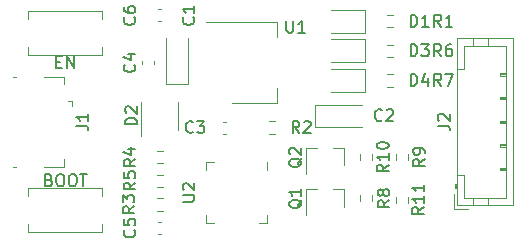
<source format=gbr>
G04 #@! TF.GenerationSoftware,KiCad,Pcbnew,(5.1.10)-1*
G04 #@! TF.CreationDate,2021-07-09T15:56:30+09:00*
G04 #@! TF.ProjectId,esp_flasher,6573705f-666c-4617-9368-65722e6b6963,rev?*
G04 #@! TF.SameCoordinates,Original*
G04 #@! TF.FileFunction,Legend,Top*
G04 #@! TF.FilePolarity,Positive*
%FSLAX46Y46*%
G04 Gerber Fmt 4.6, Leading zero omitted, Abs format (unit mm)*
G04 Created by KiCad (PCBNEW (5.1.10)-1) date 2021-07-09 15:56:30*
%MOMM*%
%LPD*%
G01*
G04 APERTURE LIST*
%ADD10C,0.150000*%
%ADD11C,0.120000*%
G04 APERTURE END LIST*
D10*
X3761904Y-4928571D02*
X4095238Y-4928571D01*
X4238095Y-5452380D02*
X3761904Y-5452380D01*
X3761904Y-4452380D01*
X4238095Y-4452380D01*
X4666666Y-5452380D02*
X4666666Y-4452380D01*
X5238095Y-5452380D01*
X5238095Y-4452380D01*
X3142857Y-14928571D02*
X3285714Y-14976190D01*
X3333333Y-15023809D01*
X3380952Y-15119047D01*
X3380952Y-15261904D01*
X3333333Y-15357142D01*
X3285714Y-15404761D01*
X3190476Y-15452380D01*
X2809523Y-15452380D01*
X2809523Y-14452380D01*
X3142857Y-14452380D01*
X3238095Y-14500000D01*
X3285714Y-14547619D01*
X3333333Y-14642857D01*
X3333333Y-14738095D01*
X3285714Y-14833333D01*
X3238095Y-14880952D01*
X3142857Y-14928571D01*
X2809523Y-14928571D01*
X4000000Y-14452380D02*
X4190476Y-14452380D01*
X4285714Y-14500000D01*
X4380952Y-14595238D01*
X4428571Y-14785714D01*
X4428571Y-15119047D01*
X4380952Y-15309523D01*
X4285714Y-15404761D01*
X4190476Y-15452380D01*
X4000000Y-15452380D01*
X3904761Y-15404761D01*
X3809523Y-15309523D01*
X3761904Y-15119047D01*
X3761904Y-14785714D01*
X3809523Y-14595238D01*
X3904761Y-14500000D01*
X4000000Y-14452380D01*
X5047619Y-14452380D02*
X5238095Y-14452380D01*
X5333333Y-14500000D01*
X5428571Y-14595238D01*
X5476190Y-14785714D01*
X5476190Y-15119047D01*
X5428571Y-15309523D01*
X5333333Y-15404761D01*
X5238095Y-15452380D01*
X5047619Y-15452380D01*
X4952380Y-15404761D01*
X4857142Y-15309523D01*
X4809523Y-15119047D01*
X4809523Y-14785714D01*
X4857142Y-14595238D01*
X4952380Y-14500000D01*
X5047619Y-14452380D01*
X5761904Y-14452380D02*
X6333333Y-14452380D01*
X6047619Y-15452380D02*
X6047619Y-14452380D01*
D11*
X12353733Y-1510000D02*
X12646267Y-1510000D01*
X12353733Y-490000D02*
X12646267Y-490000D01*
X12353733Y-19510000D02*
X12646267Y-19510000D01*
X12353733Y-18490000D02*
X12646267Y-18490000D01*
X5110000Y-8240000D02*
X4720000Y-8240000D01*
X5110000Y-8240000D02*
X5110000Y-8690000D01*
X4410000Y-13810000D02*
X4410000Y-13160000D01*
X2680000Y-13810000D02*
X4410000Y-13810000D01*
X110000Y-6190000D02*
X320000Y-6190000D01*
X110000Y-13810000D02*
X320000Y-13810000D01*
X2680000Y-6190000D02*
X4410000Y-6190000D01*
X4410000Y-6190000D02*
X4410000Y-6850000D01*
X21610000Y-14115000D02*
X21610000Y-13390000D01*
X16390000Y-18610000D02*
X17115000Y-18610000D01*
X16390000Y-17885000D02*
X16390000Y-18610000D01*
X16390000Y-13390000D02*
X17115000Y-13390000D01*
X16390000Y-14115000D02*
X16390000Y-13390000D01*
X21610000Y-18610000D02*
X20885000Y-18610000D01*
X21610000Y-17885000D02*
X21610000Y-18610000D01*
X16400000Y-1590000D02*
X22410000Y-1590000D01*
X18650000Y-8410000D02*
X22410000Y-8410000D01*
X22410000Y-1590000D02*
X22410000Y-2850000D01*
X22410000Y-8410000D02*
X22410000Y-7150000D01*
X32477500Y-16332776D02*
X32477500Y-16842224D01*
X33522500Y-16332776D02*
X33522500Y-16842224D01*
X29477500Y-12745276D02*
X29477500Y-13254724D01*
X30522500Y-12745276D02*
X30522500Y-13254724D01*
X32477500Y-12745276D02*
X32477500Y-13254724D01*
X33522500Y-12745276D02*
X33522500Y-13254724D01*
X29477500Y-16245276D02*
X29477500Y-16754724D01*
X30522500Y-16245276D02*
X30522500Y-16754724D01*
X31745276Y-7022500D02*
X32254724Y-7022500D01*
X31745276Y-5977500D02*
X32254724Y-5977500D01*
X31745276Y-4522500D02*
X32254724Y-4522500D01*
X31745276Y-3477500D02*
X32254724Y-3477500D01*
X12245276Y-15522500D02*
X12754724Y-15522500D01*
X12245276Y-14477500D02*
X12754724Y-14477500D01*
X12245276Y-13522500D02*
X12754724Y-13522500D01*
X12245276Y-12477500D02*
X12754724Y-12477500D01*
X12245276Y-17522500D02*
X12754724Y-17522500D01*
X12245276Y-16477500D02*
X12754724Y-16477500D01*
X21745276Y-11022500D02*
X22254724Y-11022500D01*
X21745276Y-9977500D02*
X22254724Y-9977500D01*
X31745276Y-2022500D02*
X32254724Y-2022500D01*
X31745276Y-977500D02*
X32254724Y-977500D01*
X28080000Y-12240000D02*
X28080000Y-13700000D01*
X24920000Y-12240000D02*
X24920000Y-14400000D01*
X24920000Y-12240000D02*
X25850000Y-12240000D01*
X28080000Y-12240000D02*
X27150000Y-12240000D01*
X28080000Y-15740000D02*
X28080000Y-17200000D01*
X24920000Y-15740000D02*
X24920000Y-17900000D01*
X24920000Y-15740000D02*
X25850000Y-15740000D01*
X28080000Y-15740000D02*
X27150000Y-15740000D01*
X7600000Y-650000D02*
X1400000Y-650000D01*
X1400000Y-4350000D02*
X7600000Y-4350000D01*
X7600000Y-4350000D02*
X7600000Y-3700000D01*
X7600000Y-1300000D02*
X7600000Y-650000D01*
X1400000Y-650000D02*
X1400000Y-1300000D01*
X1400000Y-4350000D02*
X1400000Y-3700000D01*
X7600000Y-15650000D02*
X1400000Y-15650000D01*
X1400000Y-19350000D02*
X7600000Y-19350000D01*
X7600000Y-19350000D02*
X7600000Y-18700000D01*
X7600000Y-16300000D02*
X7600000Y-15650000D01*
X1400000Y-15650000D02*
X1400000Y-16300000D01*
X1400000Y-19350000D02*
X1400000Y-18700000D01*
X37390000Y-17360000D02*
X38640000Y-17360000D01*
X37390000Y-16110000D02*
X37390000Y-17360000D01*
X41800000Y-6000000D02*
X41300000Y-6000000D01*
X41300000Y-5900000D02*
X41800000Y-5900000D01*
X41300000Y-6100000D02*
X41300000Y-5900000D01*
X41800000Y-6100000D02*
X41300000Y-6100000D01*
X41800000Y-8000000D02*
X41300000Y-8000000D01*
X41300000Y-7900000D02*
X41800000Y-7900000D01*
X41300000Y-8100000D02*
X41300000Y-7900000D01*
X41800000Y-8100000D02*
X41300000Y-8100000D01*
X41800000Y-10000000D02*
X41300000Y-10000000D01*
X41300000Y-9900000D02*
X41800000Y-9900000D01*
X41300000Y-10100000D02*
X41300000Y-9900000D01*
X41800000Y-10100000D02*
X41300000Y-10100000D01*
X41800000Y-12000000D02*
X41300000Y-12000000D01*
X41300000Y-11900000D02*
X41800000Y-11900000D01*
X41300000Y-12100000D02*
X41300000Y-11900000D01*
X41800000Y-12100000D02*
X41300000Y-12100000D01*
X41800000Y-14000000D02*
X41300000Y-14000000D01*
X41300000Y-13900000D02*
X41800000Y-13900000D01*
X41300000Y-14100000D02*
X41300000Y-13900000D01*
X41800000Y-14100000D02*
X41300000Y-14100000D01*
X40300000Y-2940000D02*
X40300000Y-3550000D01*
X39000000Y-2940000D02*
X39000000Y-3550000D01*
X40300000Y-17060000D02*
X40300000Y-16450000D01*
X39000000Y-17060000D02*
X39000000Y-16450000D01*
X38300000Y-5500000D02*
X37690000Y-5500000D01*
X38300000Y-3550000D02*
X38300000Y-5500000D01*
X41800000Y-3550000D02*
X38300000Y-3550000D01*
X41800000Y-16450000D02*
X41800000Y-3550000D01*
X38300000Y-16450000D02*
X41800000Y-16450000D01*
X38300000Y-14500000D02*
X38300000Y-16450000D01*
X37690000Y-14500000D02*
X38300000Y-14500000D01*
X37590000Y-15300000D02*
X37590000Y-15600000D01*
X37490000Y-15600000D02*
X37690000Y-15600000D01*
X37490000Y-15300000D02*
X37490000Y-15600000D01*
X37690000Y-15300000D02*
X37490000Y-15300000D01*
X37690000Y-2940000D02*
X37690000Y-17060000D01*
X42410000Y-2940000D02*
X37690000Y-2940000D01*
X42410000Y-17060000D02*
X42410000Y-2940000D01*
X37690000Y-17060000D02*
X42410000Y-17060000D01*
X29885000Y-5540000D02*
X27025000Y-5540000D01*
X29885000Y-7460000D02*
X29885000Y-5540000D01*
X27025000Y-7460000D02*
X29885000Y-7460000D01*
X29860000Y-3040000D02*
X27000000Y-3040000D01*
X29860000Y-4960000D02*
X29860000Y-3040000D01*
X27000000Y-4960000D02*
X29860000Y-4960000D01*
X10950000Y-8300000D02*
X10950000Y-11250000D01*
X14050000Y-10700000D02*
X14050000Y-8300000D01*
X29860000Y-540000D02*
X27000000Y-540000D01*
X29860000Y-2460000D02*
X29860000Y-540000D01*
X27000000Y-2460000D02*
X29860000Y-2460000D01*
X12010000Y-5146267D02*
X12010000Y-4853733D01*
X10990000Y-5146267D02*
X10990000Y-4853733D01*
X18146267Y-9990000D02*
X17853733Y-9990000D01*
X18146267Y-11010000D02*
X17853733Y-11010000D01*
X25690000Y-10435000D02*
X29600000Y-10435000D01*
X25690000Y-8565000D02*
X25690000Y-10435000D01*
X29600000Y-8565000D02*
X25690000Y-8565000D01*
X14935000Y-6810000D02*
X14935000Y-2900000D01*
X13065000Y-6810000D02*
X14935000Y-6810000D01*
X13065000Y-2900000D02*
X13065000Y-6810000D01*
D10*
X10357142Y-1166666D02*
X10404761Y-1214285D01*
X10452380Y-1357142D01*
X10452380Y-1452380D01*
X10404761Y-1595238D01*
X10309523Y-1690476D01*
X10214285Y-1738095D01*
X10023809Y-1785714D01*
X9880952Y-1785714D01*
X9690476Y-1738095D01*
X9595238Y-1690476D01*
X9500000Y-1595238D01*
X9452380Y-1452380D01*
X9452380Y-1357142D01*
X9500000Y-1214285D01*
X9547619Y-1166666D01*
X9452380Y-309523D02*
X9452380Y-499999D01*
X9500000Y-595238D01*
X9547619Y-642857D01*
X9690476Y-738095D01*
X9880952Y-785714D01*
X10261904Y-785714D01*
X10357142Y-738095D01*
X10404761Y-690476D01*
X10452380Y-595238D01*
X10452380Y-404761D01*
X10404761Y-309523D01*
X10357142Y-261904D01*
X10261904Y-214285D01*
X10023809Y-214285D01*
X9928571Y-261904D01*
X9880952Y-309523D01*
X9833333Y-404761D01*
X9833333Y-595238D01*
X9880952Y-690476D01*
X9928571Y-738095D01*
X10023809Y-785714D01*
X10357142Y-19166666D02*
X10404761Y-19214285D01*
X10452380Y-19357142D01*
X10452380Y-19452380D01*
X10404761Y-19595238D01*
X10309523Y-19690476D01*
X10214285Y-19738095D01*
X10023809Y-19785714D01*
X9880952Y-19785714D01*
X9690476Y-19738095D01*
X9595238Y-19690476D01*
X9500000Y-19595238D01*
X9452380Y-19452380D01*
X9452380Y-19357142D01*
X9500000Y-19214285D01*
X9547619Y-19166666D01*
X9452380Y-18261904D02*
X9452380Y-18738095D01*
X9928571Y-18785714D01*
X9880952Y-18738095D01*
X9833333Y-18642857D01*
X9833333Y-18404761D01*
X9880952Y-18309523D01*
X9928571Y-18261904D01*
X10023809Y-18214285D01*
X10261904Y-18214285D01*
X10357142Y-18261904D01*
X10404761Y-18309523D01*
X10452380Y-18404761D01*
X10452380Y-18642857D01*
X10404761Y-18738095D01*
X10357142Y-18785714D01*
X5452380Y-10333333D02*
X6166666Y-10333333D01*
X6309523Y-10380952D01*
X6404761Y-10476190D01*
X6452380Y-10619047D01*
X6452380Y-10714285D01*
X6452380Y-9333333D02*
X6452380Y-9904761D01*
X6452380Y-9619047D02*
X5452380Y-9619047D01*
X5595238Y-9714285D01*
X5690476Y-9809523D01*
X5738095Y-9904761D01*
X14452380Y-16761904D02*
X15261904Y-16761904D01*
X15357142Y-16714285D01*
X15404761Y-16666666D01*
X15452380Y-16571428D01*
X15452380Y-16380952D01*
X15404761Y-16285714D01*
X15357142Y-16238095D01*
X15261904Y-16190476D01*
X14452380Y-16190476D01*
X14547619Y-15761904D02*
X14500000Y-15714285D01*
X14452380Y-15619047D01*
X14452380Y-15380952D01*
X14500000Y-15285714D01*
X14547619Y-15238095D01*
X14642857Y-15190476D01*
X14738095Y-15190476D01*
X14880952Y-15238095D01*
X15452380Y-15809523D01*
X15452380Y-15190476D01*
X23238095Y-1452380D02*
X23238095Y-2261904D01*
X23285714Y-2357142D01*
X23333333Y-2404761D01*
X23428571Y-2452380D01*
X23619047Y-2452380D01*
X23714285Y-2404761D01*
X23761904Y-2357142D01*
X23809523Y-2261904D01*
X23809523Y-1452380D01*
X24809523Y-2452380D02*
X24238095Y-2452380D01*
X24523809Y-2452380D02*
X24523809Y-1452380D01*
X24428571Y-1595238D01*
X24333333Y-1690476D01*
X24238095Y-1738095D01*
X34882380Y-17230357D02*
X34406190Y-17563690D01*
X34882380Y-17801785D02*
X33882380Y-17801785D01*
X33882380Y-17420833D01*
X33930000Y-17325595D01*
X33977619Y-17277976D01*
X34072857Y-17230357D01*
X34215714Y-17230357D01*
X34310952Y-17277976D01*
X34358571Y-17325595D01*
X34406190Y-17420833D01*
X34406190Y-17801785D01*
X34882380Y-16277976D02*
X34882380Y-16849404D01*
X34882380Y-16563690D02*
X33882380Y-16563690D01*
X34025238Y-16658928D01*
X34120476Y-16754166D01*
X34168095Y-16849404D01*
X34882380Y-15325595D02*
X34882380Y-15897023D01*
X34882380Y-15611309D02*
X33882380Y-15611309D01*
X34025238Y-15706547D01*
X34120476Y-15801785D01*
X34168095Y-15897023D01*
X31882380Y-13642857D02*
X31406190Y-13976190D01*
X31882380Y-14214285D02*
X30882380Y-14214285D01*
X30882380Y-13833333D01*
X30930000Y-13738095D01*
X30977619Y-13690476D01*
X31072857Y-13642857D01*
X31215714Y-13642857D01*
X31310952Y-13690476D01*
X31358571Y-13738095D01*
X31406190Y-13833333D01*
X31406190Y-14214285D01*
X31882380Y-12690476D02*
X31882380Y-13261904D01*
X31882380Y-12976190D02*
X30882380Y-12976190D01*
X31025238Y-13071428D01*
X31120476Y-13166666D01*
X31168095Y-13261904D01*
X30882380Y-12071428D02*
X30882380Y-11976190D01*
X30930000Y-11880952D01*
X30977619Y-11833333D01*
X31072857Y-11785714D01*
X31263333Y-11738095D01*
X31501428Y-11738095D01*
X31691904Y-11785714D01*
X31787142Y-11833333D01*
X31834761Y-11880952D01*
X31882380Y-11976190D01*
X31882380Y-12071428D01*
X31834761Y-12166666D01*
X31787142Y-12214285D01*
X31691904Y-12261904D01*
X31501428Y-12309523D01*
X31263333Y-12309523D01*
X31072857Y-12261904D01*
X30977619Y-12214285D01*
X30930000Y-12166666D01*
X30882380Y-12071428D01*
X34952380Y-13166666D02*
X34476190Y-13500000D01*
X34952380Y-13738095D02*
X33952380Y-13738095D01*
X33952380Y-13357142D01*
X34000000Y-13261904D01*
X34047619Y-13214285D01*
X34142857Y-13166666D01*
X34285714Y-13166666D01*
X34380952Y-13214285D01*
X34428571Y-13261904D01*
X34476190Y-13357142D01*
X34476190Y-13738095D01*
X34952380Y-12690476D02*
X34952380Y-12500000D01*
X34904761Y-12404761D01*
X34857142Y-12357142D01*
X34714285Y-12261904D01*
X34523809Y-12214285D01*
X34142857Y-12214285D01*
X34047619Y-12261904D01*
X34000000Y-12309523D01*
X33952380Y-12404761D01*
X33952380Y-12595238D01*
X34000000Y-12690476D01*
X34047619Y-12738095D01*
X34142857Y-12785714D01*
X34380952Y-12785714D01*
X34476190Y-12738095D01*
X34523809Y-12690476D01*
X34571428Y-12595238D01*
X34571428Y-12404761D01*
X34523809Y-12309523D01*
X34476190Y-12261904D01*
X34380952Y-12214285D01*
X31952380Y-16666666D02*
X31476190Y-17000000D01*
X31952380Y-17238095D02*
X30952380Y-17238095D01*
X30952380Y-16857142D01*
X31000000Y-16761904D01*
X31047619Y-16714285D01*
X31142857Y-16666666D01*
X31285714Y-16666666D01*
X31380952Y-16714285D01*
X31428571Y-16761904D01*
X31476190Y-16857142D01*
X31476190Y-17238095D01*
X31380952Y-16095238D02*
X31333333Y-16190476D01*
X31285714Y-16238095D01*
X31190476Y-16285714D01*
X31142857Y-16285714D01*
X31047619Y-16238095D01*
X31000000Y-16190476D01*
X30952380Y-16095238D01*
X30952380Y-15904761D01*
X31000000Y-15809523D01*
X31047619Y-15761904D01*
X31142857Y-15714285D01*
X31190476Y-15714285D01*
X31285714Y-15761904D01*
X31333333Y-15809523D01*
X31380952Y-15904761D01*
X31380952Y-16095238D01*
X31428571Y-16190476D01*
X31476190Y-16238095D01*
X31571428Y-16285714D01*
X31761904Y-16285714D01*
X31857142Y-16238095D01*
X31904761Y-16190476D01*
X31952380Y-16095238D01*
X31952380Y-15904761D01*
X31904761Y-15809523D01*
X31857142Y-15761904D01*
X31761904Y-15714285D01*
X31571428Y-15714285D01*
X31476190Y-15761904D01*
X31428571Y-15809523D01*
X31380952Y-15904761D01*
X36333333Y-6952380D02*
X36000000Y-6476190D01*
X35761904Y-6952380D02*
X35761904Y-5952380D01*
X36142857Y-5952380D01*
X36238095Y-6000000D01*
X36285714Y-6047619D01*
X36333333Y-6142857D01*
X36333333Y-6285714D01*
X36285714Y-6380952D01*
X36238095Y-6428571D01*
X36142857Y-6476190D01*
X35761904Y-6476190D01*
X36666666Y-5952380D02*
X37333333Y-5952380D01*
X36904761Y-6952380D01*
X36333333Y-4452380D02*
X36000000Y-3976190D01*
X35761904Y-4452380D02*
X35761904Y-3452380D01*
X36142857Y-3452380D01*
X36238095Y-3500000D01*
X36285714Y-3547619D01*
X36333333Y-3642857D01*
X36333333Y-3785714D01*
X36285714Y-3880952D01*
X36238095Y-3928571D01*
X36142857Y-3976190D01*
X35761904Y-3976190D01*
X37190476Y-3452380D02*
X37000000Y-3452380D01*
X36904761Y-3500000D01*
X36857142Y-3547619D01*
X36761904Y-3690476D01*
X36714285Y-3880952D01*
X36714285Y-4261904D01*
X36761904Y-4357142D01*
X36809523Y-4404761D01*
X36904761Y-4452380D01*
X37095238Y-4452380D01*
X37190476Y-4404761D01*
X37238095Y-4357142D01*
X37285714Y-4261904D01*
X37285714Y-4023809D01*
X37238095Y-3928571D01*
X37190476Y-3880952D01*
X37095238Y-3833333D01*
X36904761Y-3833333D01*
X36809523Y-3880952D01*
X36761904Y-3928571D01*
X36714285Y-4023809D01*
X10452380Y-15166666D02*
X9976190Y-15500000D01*
X10452380Y-15738095D02*
X9452380Y-15738095D01*
X9452380Y-15357142D01*
X9500000Y-15261904D01*
X9547619Y-15214285D01*
X9642857Y-15166666D01*
X9785714Y-15166666D01*
X9880952Y-15214285D01*
X9928571Y-15261904D01*
X9976190Y-15357142D01*
X9976190Y-15738095D01*
X9452380Y-14261904D02*
X9452380Y-14738095D01*
X9928571Y-14785714D01*
X9880952Y-14738095D01*
X9833333Y-14642857D01*
X9833333Y-14404761D01*
X9880952Y-14309523D01*
X9928571Y-14261904D01*
X10023809Y-14214285D01*
X10261904Y-14214285D01*
X10357142Y-14261904D01*
X10404761Y-14309523D01*
X10452380Y-14404761D01*
X10452380Y-14642857D01*
X10404761Y-14738095D01*
X10357142Y-14785714D01*
X10452380Y-13166666D02*
X9976190Y-13500000D01*
X10452380Y-13738095D02*
X9452380Y-13738095D01*
X9452380Y-13357142D01*
X9500000Y-13261904D01*
X9547619Y-13214285D01*
X9642857Y-13166666D01*
X9785714Y-13166666D01*
X9880952Y-13214285D01*
X9928571Y-13261904D01*
X9976190Y-13357142D01*
X9976190Y-13738095D01*
X9785714Y-12309523D02*
X10452380Y-12309523D01*
X9404761Y-12547619D02*
X10119047Y-12785714D01*
X10119047Y-12166666D01*
X10364880Y-17166666D02*
X9888690Y-17500000D01*
X10364880Y-17738095D02*
X9364880Y-17738095D01*
X9364880Y-17357142D01*
X9412500Y-17261904D01*
X9460119Y-17214285D01*
X9555357Y-17166666D01*
X9698214Y-17166666D01*
X9793452Y-17214285D01*
X9841071Y-17261904D01*
X9888690Y-17357142D01*
X9888690Y-17738095D01*
X9364880Y-16833333D02*
X9364880Y-16214285D01*
X9745833Y-16547619D01*
X9745833Y-16404761D01*
X9793452Y-16309523D01*
X9841071Y-16261904D01*
X9936309Y-16214285D01*
X10174404Y-16214285D01*
X10269642Y-16261904D01*
X10317261Y-16309523D01*
X10364880Y-16404761D01*
X10364880Y-16690476D01*
X10317261Y-16785714D01*
X10269642Y-16833333D01*
X24333333Y-10952380D02*
X24000000Y-10476190D01*
X23761904Y-10952380D02*
X23761904Y-9952380D01*
X24142857Y-9952380D01*
X24238095Y-10000000D01*
X24285714Y-10047619D01*
X24333333Y-10142857D01*
X24333333Y-10285714D01*
X24285714Y-10380952D01*
X24238095Y-10428571D01*
X24142857Y-10476190D01*
X23761904Y-10476190D01*
X24714285Y-10047619D02*
X24761904Y-10000000D01*
X24857142Y-9952380D01*
X25095238Y-9952380D01*
X25190476Y-10000000D01*
X25238095Y-10047619D01*
X25285714Y-10142857D01*
X25285714Y-10238095D01*
X25238095Y-10380952D01*
X24666666Y-10952380D01*
X25285714Y-10952380D01*
X36333333Y-1952380D02*
X36000000Y-1476190D01*
X35761904Y-1952380D02*
X35761904Y-952380D01*
X36142857Y-952380D01*
X36238095Y-1000000D01*
X36285714Y-1047619D01*
X36333333Y-1142857D01*
X36333333Y-1285714D01*
X36285714Y-1380952D01*
X36238095Y-1428571D01*
X36142857Y-1476190D01*
X35761904Y-1476190D01*
X37285714Y-1952380D02*
X36714285Y-1952380D01*
X37000000Y-1952380D02*
X37000000Y-952380D01*
X36904761Y-1095238D01*
X36809523Y-1190476D01*
X36714285Y-1238095D01*
X24547619Y-13095238D02*
X24500000Y-13190476D01*
X24404761Y-13285714D01*
X24261904Y-13428571D01*
X24214285Y-13523809D01*
X24214285Y-13619047D01*
X24452380Y-13571428D02*
X24404761Y-13666666D01*
X24309523Y-13761904D01*
X24119047Y-13809523D01*
X23785714Y-13809523D01*
X23595238Y-13761904D01*
X23500000Y-13666666D01*
X23452380Y-13571428D01*
X23452380Y-13380952D01*
X23500000Y-13285714D01*
X23595238Y-13190476D01*
X23785714Y-13142857D01*
X24119047Y-13142857D01*
X24309523Y-13190476D01*
X24404761Y-13285714D01*
X24452380Y-13380952D01*
X24452380Y-13571428D01*
X23547619Y-12761904D02*
X23500000Y-12714285D01*
X23452380Y-12619047D01*
X23452380Y-12380952D01*
X23500000Y-12285714D01*
X23547619Y-12238095D01*
X23642857Y-12190476D01*
X23738095Y-12190476D01*
X23880952Y-12238095D01*
X24452380Y-12809523D01*
X24452380Y-12190476D01*
X24547619Y-16595238D02*
X24500000Y-16690476D01*
X24404761Y-16785714D01*
X24261904Y-16928571D01*
X24214285Y-17023809D01*
X24214285Y-17119047D01*
X24452380Y-17071428D02*
X24404761Y-17166666D01*
X24309523Y-17261904D01*
X24119047Y-17309523D01*
X23785714Y-17309523D01*
X23595238Y-17261904D01*
X23500000Y-17166666D01*
X23452380Y-17071428D01*
X23452380Y-16880952D01*
X23500000Y-16785714D01*
X23595238Y-16690476D01*
X23785714Y-16642857D01*
X24119047Y-16642857D01*
X24309523Y-16690476D01*
X24404761Y-16785714D01*
X24452380Y-16880952D01*
X24452380Y-17071428D01*
X24452380Y-15690476D02*
X24452380Y-16261904D01*
X24452380Y-15976190D02*
X23452380Y-15976190D01*
X23595238Y-16071428D01*
X23690476Y-16166666D01*
X23738095Y-16261904D01*
X36052380Y-10333333D02*
X36766666Y-10333333D01*
X36909523Y-10380952D01*
X37004761Y-10476190D01*
X37052380Y-10619047D01*
X37052380Y-10714285D01*
X36147619Y-9904761D02*
X36100000Y-9857142D01*
X36052380Y-9761904D01*
X36052380Y-9523809D01*
X36100000Y-9428571D01*
X36147619Y-9380952D01*
X36242857Y-9333333D01*
X36338095Y-9333333D01*
X36480952Y-9380952D01*
X37052380Y-9952380D01*
X37052380Y-9333333D01*
X33761904Y-6952380D02*
X33761904Y-5952380D01*
X34000000Y-5952380D01*
X34142857Y-6000000D01*
X34238095Y-6095238D01*
X34285714Y-6190476D01*
X34333333Y-6380952D01*
X34333333Y-6523809D01*
X34285714Y-6714285D01*
X34238095Y-6809523D01*
X34142857Y-6904761D01*
X34000000Y-6952380D01*
X33761904Y-6952380D01*
X35190476Y-6285714D02*
X35190476Y-6952380D01*
X34952380Y-5904761D02*
X34714285Y-6619047D01*
X35333333Y-6619047D01*
X33761904Y-4452380D02*
X33761904Y-3452380D01*
X34000000Y-3452380D01*
X34142857Y-3500000D01*
X34238095Y-3595238D01*
X34285714Y-3690476D01*
X34333333Y-3880952D01*
X34333333Y-4023809D01*
X34285714Y-4214285D01*
X34238095Y-4309523D01*
X34142857Y-4404761D01*
X34000000Y-4452380D01*
X33761904Y-4452380D01*
X34666666Y-3452380D02*
X35285714Y-3452380D01*
X34952380Y-3833333D01*
X35095238Y-3833333D01*
X35190476Y-3880952D01*
X35238095Y-3928571D01*
X35285714Y-4023809D01*
X35285714Y-4261904D01*
X35238095Y-4357142D01*
X35190476Y-4404761D01*
X35095238Y-4452380D01*
X34809523Y-4452380D01*
X34714285Y-4404761D01*
X34666666Y-4357142D01*
X10572380Y-10218095D02*
X9572380Y-10218095D01*
X9572380Y-9980000D01*
X9620000Y-9837142D01*
X9715238Y-9741904D01*
X9810476Y-9694285D01*
X10000952Y-9646666D01*
X10143809Y-9646666D01*
X10334285Y-9694285D01*
X10429523Y-9741904D01*
X10524761Y-9837142D01*
X10572380Y-9980000D01*
X10572380Y-10218095D01*
X9667619Y-9265714D02*
X9620000Y-9218095D01*
X9572380Y-9122857D01*
X9572380Y-8884761D01*
X9620000Y-8789523D01*
X9667619Y-8741904D01*
X9762857Y-8694285D01*
X9858095Y-8694285D01*
X10000952Y-8741904D01*
X10572380Y-9313333D01*
X10572380Y-8694285D01*
X33761904Y-1952380D02*
X33761904Y-952380D01*
X34000000Y-952380D01*
X34142857Y-1000000D01*
X34238095Y-1095238D01*
X34285714Y-1190476D01*
X34333333Y-1380952D01*
X34333333Y-1523809D01*
X34285714Y-1714285D01*
X34238095Y-1809523D01*
X34142857Y-1904761D01*
X34000000Y-1952380D01*
X33761904Y-1952380D01*
X35285714Y-1952380D02*
X34714285Y-1952380D01*
X35000000Y-1952380D02*
X35000000Y-952380D01*
X34904761Y-1095238D01*
X34809523Y-1190476D01*
X34714285Y-1238095D01*
X10357142Y-5166666D02*
X10404761Y-5214285D01*
X10452380Y-5357142D01*
X10452380Y-5452380D01*
X10404761Y-5595238D01*
X10309523Y-5690476D01*
X10214285Y-5738095D01*
X10023809Y-5785714D01*
X9880952Y-5785714D01*
X9690476Y-5738095D01*
X9595238Y-5690476D01*
X9500000Y-5595238D01*
X9452380Y-5452380D01*
X9452380Y-5357142D01*
X9500000Y-5214285D01*
X9547619Y-5166666D01*
X9785714Y-4309523D02*
X10452380Y-4309523D01*
X9404761Y-4547619D02*
X10119047Y-4785714D01*
X10119047Y-4166666D01*
X15333333Y-10857142D02*
X15285714Y-10904761D01*
X15142857Y-10952380D01*
X15047619Y-10952380D01*
X14904761Y-10904761D01*
X14809523Y-10809523D01*
X14761904Y-10714285D01*
X14714285Y-10523809D01*
X14714285Y-10380952D01*
X14761904Y-10190476D01*
X14809523Y-10095238D01*
X14904761Y-10000000D01*
X15047619Y-9952380D01*
X15142857Y-9952380D01*
X15285714Y-10000000D01*
X15333333Y-10047619D01*
X15666666Y-9952380D02*
X16285714Y-9952380D01*
X15952380Y-10333333D01*
X16095238Y-10333333D01*
X16190476Y-10380952D01*
X16238095Y-10428571D01*
X16285714Y-10523809D01*
X16285714Y-10761904D01*
X16238095Y-10857142D01*
X16190476Y-10904761D01*
X16095238Y-10952380D01*
X15809523Y-10952380D01*
X15714285Y-10904761D01*
X15666666Y-10857142D01*
X31333333Y-9857142D02*
X31285714Y-9904761D01*
X31142857Y-9952380D01*
X31047619Y-9952380D01*
X30904761Y-9904761D01*
X30809523Y-9809523D01*
X30761904Y-9714285D01*
X30714285Y-9523809D01*
X30714285Y-9380952D01*
X30761904Y-9190476D01*
X30809523Y-9095238D01*
X30904761Y-9000000D01*
X31047619Y-8952380D01*
X31142857Y-8952380D01*
X31285714Y-9000000D01*
X31333333Y-9047619D01*
X31714285Y-9047619D02*
X31761904Y-9000000D01*
X31857142Y-8952380D01*
X32095238Y-8952380D01*
X32190476Y-9000000D01*
X32238095Y-9047619D01*
X32285714Y-9142857D01*
X32285714Y-9238095D01*
X32238095Y-9380952D01*
X31666666Y-9952380D01*
X32285714Y-9952380D01*
X15357142Y-1166666D02*
X15404761Y-1214285D01*
X15452380Y-1357142D01*
X15452380Y-1452380D01*
X15404761Y-1595238D01*
X15309523Y-1690476D01*
X15214285Y-1738095D01*
X15023809Y-1785714D01*
X14880952Y-1785714D01*
X14690476Y-1738095D01*
X14595238Y-1690476D01*
X14500000Y-1595238D01*
X14452380Y-1452380D01*
X14452380Y-1357142D01*
X14500000Y-1214285D01*
X14547619Y-1166666D01*
X15452380Y-214285D02*
X15452380Y-785714D01*
X15452380Y-500000D02*
X14452380Y-499999D01*
X14595238Y-595238D01*
X14690476Y-690476D01*
X14738095Y-785714D01*
M02*

</source>
